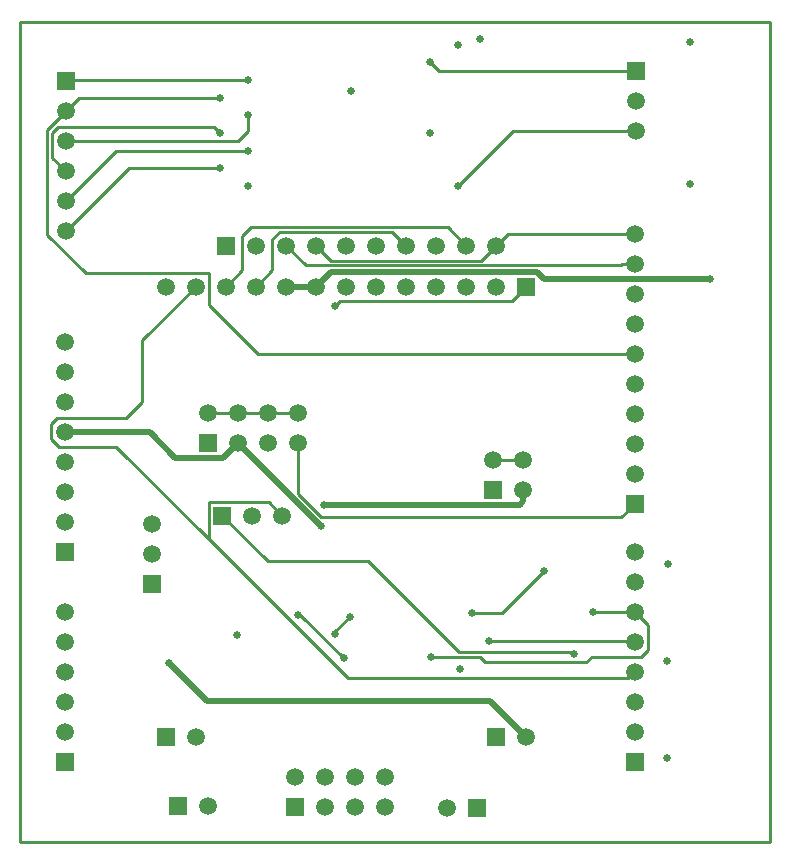
<source format=gbl>
G04 Layer_Physical_Order=4*
G04 Layer_Color=16711680*
%FSLAX25Y25*%
%MOIN*%
G70*
G01*
G75*
%ADD19C,0.02000*%
%ADD20C,0.01000*%
%ADD21R,0.05905X0.05905*%
%ADD22C,0.05905*%
%ADD23R,0.05905X0.05905*%
%ADD24C,0.02500*%
D19*
X88600Y185100D02*
X98600D01*
X67600Y128100D02*
X72600Y133100D01*
X51800Y128100D02*
X67600D01*
X43200Y136700D02*
X51800Y128100D01*
X14900Y136700D02*
X43200D01*
X156700Y47000D02*
X168600Y35100D01*
X62330Y47000D02*
X156700D01*
X49700Y59630D02*
X62330Y47000D01*
X72600Y133100D02*
X100300Y105400D01*
X101470Y112370D02*
X166500D01*
X167800Y113670D01*
Y117400D01*
X98600Y185100D02*
X103553Y190053D01*
X172400D01*
X174800Y187653D01*
X229985D01*
D20*
X157800Y127400D02*
X167800D01*
X62600Y143100D02*
X72600D01*
X82600D01*
X92600D01*
X98600Y198800D02*
X103647Y193753D01*
X153553D01*
X158600Y198800D01*
X160650Y76450D02*
X174500Y90300D01*
X150500Y76450D02*
X160650D01*
X78600Y185100D02*
X84147Y190647D01*
Y200900D01*
X86500Y203253D01*
X124147D01*
X128600Y198800D01*
X68600Y185100D02*
X74147Y190647D01*
Y202100D01*
X76900Y204853D01*
X142547D01*
X148600Y198800D01*
X190900Y76700D02*
X204900D01*
X15200Y203500D02*
X36200Y224500D01*
X66600D01*
X104900Y178700D02*
X106600Y180400D01*
X163900D01*
X168600Y185100D01*
X15200Y243500D02*
X19800Y248100D01*
X66600D01*
X136600Y259900D02*
X139600Y256900D01*
X205300D01*
X15200Y233500D02*
X72600D01*
X76000Y236900D01*
Y242169D01*
X15200Y213500D02*
X32100Y230400D01*
X76000D01*
X15200Y253500D02*
X15700Y254000D01*
X76000D01*
X10747Y227953D02*
X15200Y223500D01*
X10747Y227953D02*
Y236247D01*
X12700Y238200D01*
X64664D01*
X66600Y236264D01*
X9147Y237447D02*
X15200Y243500D01*
X9147Y202453D02*
Y237447D01*
Y202453D02*
X21900Y189700D01*
X63000D01*
X63100Y189600D01*
Y179000D02*
Y189600D01*
Y179000D02*
X79400Y162700D01*
X204900D01*
X200400Y108200D02*
X204900Y112700D01*
X100470Y108200D02*
X200400D01*
X92600Y116070D02*
X100470Y108200D01*
X92600Y116070D02*
Y133100D01*
X146000Y218547D02*
X164353Y236900D01*
X205300D01*
X88600Y198800D02*
X95247Y192153D01*
X200247D01*
X200794Y192700D01*
X204900D01*
X158600Y198800D02*
X162500Y202700D01*
X204900D01*
X40800Y167300D02*
X58600Y185100D01*
X40800Y146700D02*
Y167300D01*
X35300Y141200D02*
X40800Y146700D01*
X12300Y141200D02*
X35300D01*
X10400Y139300D02*
X12300Y141200D01*
X10400Y134200D02*
Y139300D01*
Y134200D02*
X12900Y131700D01*
X32100D01*
X202700Y54500D02*
X204900Y56700D01*
X62900Y100900D02*
Y113300D01*
X82900D01*
X87400Y108800D01*
X190600Y61700D02*
X207000D01*
X209400Y64100D01*
Y72200D01*
X204900Y76700D02*
X209400Y72200D01*
X67400Y108800D02*
X82700Y93500D01*
X116100D01*
X32100Y131700D02*
X62900Y100900D01*
X109300Y54500D02*
X202700D01*
X62900Y100900D02*
X109300Y54500D01*
X93385Y75800D02*
X108000Y61185D01*
X92800Y75800D02*
X93385D01*
X184300Y63200D02*
X184700Y62800D01*
X105100Y70200D02*
X109900Y75000D01*
X105100Y69378D02*
Y70200D01*
X116100Y93500D02*
X146400Y63200D01*
X137000Y61600D02*
X153400D01*
X188800Y59900D02*
X190600Y61700D01*
X153400Y61600D02*
X155100Y59900D01*
X188800D01*
X146400Y63200D02*
X184300D01*
X204700Y66900D02*
X204900Y66700D01*
X156300Y66900D02*
X204700D01*
X100Y100D02*
Y273200D01*
Y100D02*
X200Y0D01*
X250000D01*
X100Y273200D02*
X250000D01*
Y0D02*
Y273200D01*
D21*
X44000Y85900D02*
D03*
X14900Y26700D02*
D03*
X204900D02*
D03*
Y112700D02*
D03*
X14900Y96700D02*
D03*
X15200Y253500D02*
D03*
X205300Y256900D02*
D03*
D22*
X44000Y95900D02*
D03*
Y105900D02*
D03*
X14900Y36700D02*
D03*
Y46700D02*
D03*
Y56700D02*
D03*
Y66700D02*
D03*
Y76700D02*
D03*
X204900Y36700D02*
D03*
Y46700D02*
D03*
Y56700D02*
D03*
Y66700D02*
D03*
Y76700D02*
D03*
Y86700D02*
D03*
Y96700D02*
D03*
Y132700D02*
D03*
Y202700D02*
D03*
Y192700D02*
D03*
Y182700D02*
D03*
Y172700D02*
D03*
Y162700D02*
D03*
Y152700D02*
D03*
Y142700D02*
D03*
Y122700D02*
D03*
X14900Y106700D02*
D03*
Y116700D02*
D03*
Y126700D02*
D03*
Y136700D02*
D03*
Y146700D02*
D03*
Y156700D02*
D03*
Y166700D02*
D03*
X15200Y243500D02*
D03*
Y233500D02*
D03*
Y223500D02*
D03*
Y213500D02*
D03*
Y203500D02*
D03*
X167800Y127400D02*
D03*
Y117400D02*
D03*
X157800Y127400D02*
D03*
X205300Y246900D02*
D03*
Y236900D02*
D03*
X168600Y35100D02*
D03*
X58600D02*
D03*
X121600Y21700D02*
D03*
Y11700D02*
D03*
X111600Y21700D02*
D03*
Y11700D02*
D03*
X101600Y21700D02*
D03*
Y11700D02*
D03*
X91600Y21700D02*
D03*
X142400Y11400D02*
D03*
X62800Y12000D02*
D03*
X77400Y108800D02*
D03*
X87400D02*
D03*
X92600Y143100D02*
D03*
Y133100D02*
D03*
X82600Y143100D02*
D03*
Y133100D02*
D03*
X72600Y143100D02*
D03*
Y133100D02*
D03*
X62600Y143100D02*
D03*
X88600Y198800D02*
D03*
X158600D02*
D03*
X148600D02*
D03*
X138600D02*
D03*
X128600D02*
D03*
X118600D02*
D03*
X108600D02*
D03*
X98600D02*
D03*
X78600D02*
D03*
X158600Y185100D02*
D03*
X148600D02*
D03*
X138600D02*
D03*
X128600D02*
D03*
X118600D02*
D03*
X108600D02*
D03*
X98600D02*
D03*
X88600D02*
D03*
X78600D02*
D03*
X68600D02*
D03*
X58600D02*
D03*
X48600D02*
D03*
D23*
X157800Y117400D02*
D03*
X158600Y35100D02*
D03*
X48600D02*
D03*
X91600Y11700D02*
D03*
X152400Y11400D02*
D03*
X52800Y12000D02*
D03*
X67400Y108800D02*
D03*
X62600Y133100D02*
D03*
X68600Y198800D02*
D03*
X168600Y185100D02*
D03*
D24*
X223481Y266797D02*
D03*
Y219203D02*
D03*
X153285Y267597D02*
D03*
X145983Y265791D02*
D03*
X136636Y236264D02*
D03*
X110237Y250219D02*
D03*
X75964Y218547D02*
D03*
X215852Y92599D02*
D03*
X215752Y60399D02*
D03*
Y27999D02*
D03*
X146800Y57550D02*
D03*
X49700Y59630D02*
D03*
X174500Y90300D02*
D03*
X150500Y76450D02*
D03*
X109900Y75000D02*
D03*
X100300Y105400D02*
D03*
X101470Y112370D02*
D03*
X190900Y76700D02*
D03*
X66600Y224500D02*
D03*
X104900Y178700D02*
D03*
X66600Y248100D02*
D03*
X136600Y259900D02*
D03*
X76000Y242169D02*
D03*
Y230400D02*
D03*
Y254000D02*
D03*
X66600Y236264D02*
D03*
X146000Y218547D02*
D03*
X108000Y61185D02*
D03*
X184700Y62800D02*
D03*
X229985Y187653D02*
D03*
X92800Y75800D02*
D03*
X72200Y69100D02*
D03*
X137000Y61600D02*
D03*
X105100Y69378D02*
D03*
X156300Y66900D02*
D03*
M02*

</source>
